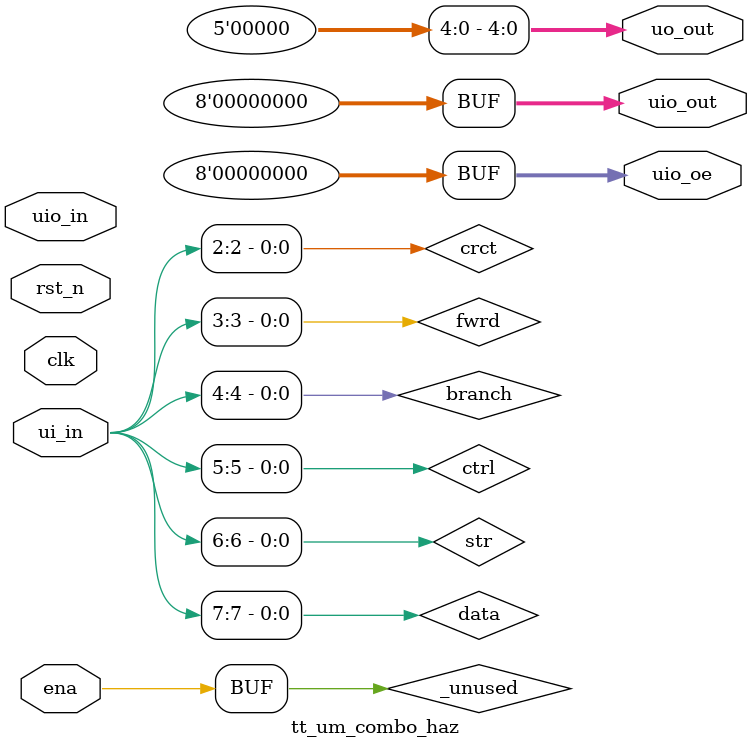
<source format=v>
`default_nettype none
`timescale 1ns / 1ps

module tt_um_combo_haz(
    input  wire [7:0] ui_in,    // Dedicated inputs
    output wire [7:0] uo_out,   // Dedicated outputs
    input  wire [7:0] uio_in,   // IOs: Input path
    output wire [7:0] uio_out,  // IOs: Output path
    output wire [7:0] uio_oe,   // IOs: Enable path (active high: 0=input, 1=output)
    input  wire       ena,      // always 1 when the design is powered, so you can ignore it
    input  wire       clk,      // clock
    input  wire       rst_n     // reset_n - low to reset
);

     wire data, str, ctrl, branch, fwrd, crct;
     reg pc_freeze, resolved, do_flush;
     assign uio_oe = 8'b0;

     assign data = ui_in[7];
     assign str = ui_in[6];
     assign ctrl = ui_in[5];
     assign branch = ui_in[4];
     assign fwrd = ui_in[3];
     assign crct = ui_in[2];
     
     assign uo_out[4:0] = 5'b0;
     assign uio_out = 8'b0;

     wire _unused = &{ena};

    always @(posedge clk) begin
        if (!rst_n) begin
            pc_freeze <= 1'b0;
            resolved  <= 1'b1;
            do_flush  <= 1'b0;
        end else begin
            // Defaults
            pc_freeze <= 1'b0;
            resolved  <= 1'b1;
            do_flush  <= 1'b0;

            // Priority: Flush > Ctrl > Data > Structural
            if (ctrl && branch && !crct) begin
                // Branch mispredict → flush
                pc_freeze <= 1'b1;
                resolved  <= 1'b0;
                do_flush  <= 1'b1; // pulse
            end
            else if (ctrl) begin
                pc_freeze <= 1'b1;
                resolved  <= 1'b0;
            end
            else if (data && !fwrd) begin
                pc_freeze <= 1'b1;
                resolved  <= 1'b0;
            end
            else if (str) begin
                pc_freeze <= 1'b1;
                resolved  <= 1'b0;
            end
            // else no hazard
        end
    end
endmodule

</source>
